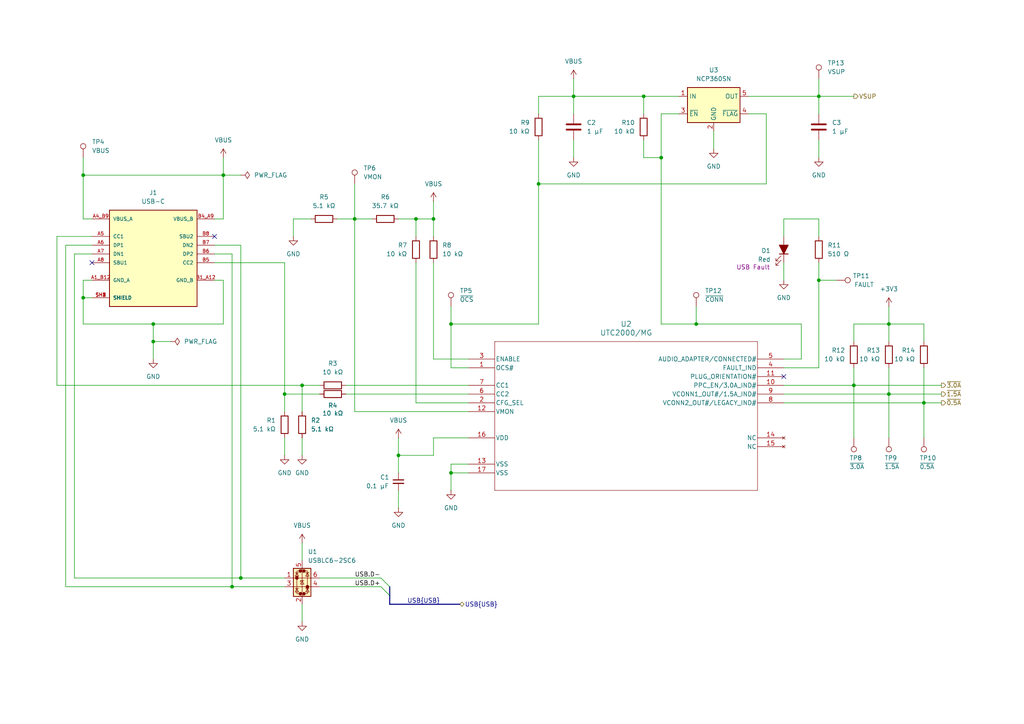
<source format=kicad_sch>
(kicad_sch (version 20231120) (generator "eeschema") (generator_version "8.0")
  (paper "A4")
  (title_block (title "RVFS USB Interface") (date "2024-08-17") (rev "0.0.1") (comment 2 "Power and data lines are protected against ESD.") (comment 3 "Up to 3 A is requested, but the actual maximum provided by the host is indicated.") (comment 4 "Power is switched through to regulators after USB-C cable negotiation is complete."))
  (lib_symbols
    (symbol "Connector:TestPoint" (pin_numbers hide) (pin_names (offset 0.762) hide)
      (property "Reference" "TP" (at 0 6.858 0))
      (property "Value" "TestPoint" (at 0 5.08 0))
      (symbol "TestPoint_0_1"
        (circle (center 0 3.302) (radius 0.762))
      )
      (symbol "TestPoint_1_1"
        (pin passive line (at 0 0 90) (length 2.54) (name "1") (number "1"))
      )
    )
    (symbol "Device:C" (pin_numbers hide) (pin_names (offset 0.254))
      (property "Reference" "C" (at 0.635 2.54 0))
      (property "Value" "C" (at 0.635 -2.54 0))
      (symbol "C_0_1"
        (polyline (pts (xy -2.032 -0.762) (xy 2.032 -0.762)) (stroke (width 0.508)))
        (polyline (pts (xy -2.032 0.762) (xy 2.032 0.762)) (stroke (width 0.508)))
      )
      (symbol "C_1_1"
        (pin passive line (at 0 3.81 270) (length 2.794) (name "~") (number "1"))
        (pin passive line (at 0 -3.81 90) (length 2.794) (name "~") (number "2"))
      )
    )
    (symbol "Device:C_Small" (pin_numbers hide) (pin_names (offset 0.254) hide)
      (property "Reference" "C" (at 0.254 1.778 0))
      (property "Value" "C_Small" (at 0.254 -2.032 0))
      (symbol "C_Small_0_1"
        (polyline (pts (xy -1.524 -0.508) (xy 1.524 -0.508)) (stroke (width 0.3302)))
        (polyline (pts (xy -1.524 0.508) (xy 1.524 0.508)) (stroke (width 0.3048)))
      )
      (symbol "C_Small_1_1"
        (pin passive line (at 0 2.54 270) (length 2.032) (name "~") (number "1"))
        (pin passive line (at 0 -2.54 90) (length 2.032) (name "~") (number "2"))
      )
    )
    (symbol "Device:LED_Filled" (pin_numbers hide) (pin_names (offset 1.016) hide)
      (property "Reference" "D" (at 0 2.54 0))
      (property "Value" "LED_Filled" (at 0 -2.54 0))
      (symbol "LED_Filled_0_1"
        (polyline (pts (xy -1.27 -1.27) (xy -1.27 1.27)) (stroke (width 0.254)))
        (polyline (pts (xy -1.27 0) (xy 1.27 0)))
        (polyline (pts (xy 1.27 -1.27) (xy 1.27 1.27) (xy -1.27 0) (xy 1.27 -1.27)) (stroke (width 0.254)) (fill (type outline)))
        (polyline (pts (xy -3.048 -0.762) (xy -4.572 -2.286) (xy -3.81 -2.286) (xy -4.572 -2.286) (xy -4.572 -1.524)))
        (polyline (pts (xy -1.778 -0.762) (xy -3.302 -2.286) (xy -2.54 -2.286) (xy -3.302 -2.286) (xy -3.302 -1.524)))
      )
      (symbol "LED_Filled_1_1"
        (pin passive line (at -3.81 0 0) (length 2.54) (name "K") (number "1"))
        (pin passive line (at 3.81 0 180) (length 2.54) (name "A") (number "2"))
      )
    )
    (symbol "Device:R" (pin_numbers hide) (pin_names (offset 0))
      (property "Reference" "R" (at 2.032 0 90))
      (property "Value" "R" (at 0 0 90))
      (symbol "R_0_1"
        (rectangle (start -1.016 -2.54) (end 1.016 2.54) (stroke (width 0.254)))
      )
      (symbol "R_1_1"
        (pin passive line (at 0 3.81 270) (length 1.27) (name "~") (number "1"))
        (pin passive line (at 0 -3.81 90) (length 1.27) (name "~") (number "2"))
      )
    )
    (symbol "Power_Protection:NCP361SN"
      (property "Reference" "U" (at -7.62 6.35 0))
      (property "Value" "NCP361SN" (at 7.62 -6.35 0))
      (symbol "NCP361SN_0_1"
        (rectangle (start -7.62 5.08) (end 7.62 -5.08) (stroke (width 0.254)) (fill (type background)))
      )
      (symbol "NCP361SN_1_1"
        (pin power_in line (at -10.16 2.54 0) (length 2.54) (name "IN") (number "1"))
        (pin power_in line (at 0 -7.62 90) (length 2.54) (name "GND") (number "2"))
        (pin input line (at -10.16 -2.54 0) (length 2.54) (name "~{EN}") (number "3"))
        (pin open_collector line (at 10.16 -2.54 180) (length 2.54) (name "~{FLAG}") (number "4"))
        (pin power_out line (at 10.16 2.54 180) (length 2.54) (name "OUT") (number "5"))
      )
    )
    (symbol "Power_Protection:USBLC6-2SC6" (pin_names hide)
      (property "Reference" "U" (at 0.635 5.715 0))
      (property "Value" "USBLC6-2SC6" (at 0.635 3.81 0))
      (symbol "USBLC6-2SC6_0_0"
        (circle (center -1.524 0) (radius 0.0001) (stroke (width 0.508)))
        (circle (center -0.508 -4.572) (radius 0.0001) (stroke (width 0.508)))
        (circle (center -0.508 2.032) (radius 0.0001) (stroke (width 0.508)))
        (circle (center 0.508 -4.572) (radius 0.0001) (stroke (width 0.508)))
        (circle (center 0.508 2.032) (radius 0.0001) (stroke (width 0.508)))
        (circle (center 1.524 -2.54) (radius 0.0001) (stroke (width 0.508)))
      )
      (symbol "USBLC6-2SC6_0_1"
        (polyline (pts (xy -2.54 -2.54) (xy 2.54 -2.54)))
        (polyline (pts (xy -2.54 0) (xy 2.54 0)))
        (polyline (pts (xy -2.032 -3.048) (xy -1.016 -3.048)))
        (polyline (pts (xy -1.016 1.524) (xy -2.032 1.524)))
        (polyline (pts (xy 1.016 -3.048) (xy 2.032 -3.048)))
        (polyline (pts (xy 1.016 1.524) (xy 2.032 1.524)))
        (polyline (pts (xy -0.508 -1.143) (xy -0.508 -0.762) (xy 0.508 -0.762)))
        (polyline (pts (xy -2.032 0.508) (xy -1.016 0.508) (xy -1.524 1.524) (xy -2.032 0.508)))
        (polyline (pts (xy -1.016 -4.064) (xy -2.032 -4.064) (xy -1.524 -3.048) (xy -1.016 -4.064)))
        (polyline (pts (xy 0.508 -1.778) (xy -0.508 -1.778) (xy 0 -0.762) (xy 0.508 -1.778)))
        (polyline (pts (xy 2.032 -4.064) (xy 1.016 -4.064) (xy 1.524 -3.048) (xy 2.032 -4.064)))
        (polyline (pts (xy 2.032 0.508) (xy 1.016 0.508) (xy 1.524 1.524) (xy 2.032 0.508)))
        (polyline (pts (xy 0 2.54) (xy -0.508 2.032) (xy 0.508 2.032) (xy 0 1.524) (xy 0 -4.064) (xy -0.508 -4.572) (xy 0.508 -4.572) (xy 0 -5.08)))
      )
      (symbol "USBLC6-2SC6_1_1"
        (rectangle (start -2.54 2.794) (end 2.54 -5.334) (stroke (width 0.254)) (fill (type background)))
        (polyline (pts (xy -0.508 2.032) (xy -1.524 2.032) (xy -1.524 -4.572) (xy -0.508 -4.572)))
        (polyline (pts (xy 0.508 -4.572) (xy 1.524 -4.572) (xy 1.524 2.032) (xy 0.508 2.032)))
        (pin passive line (at -5.08 0 0) (length 2.54) (name "I/O1") (number "1"))
        (pin passive line (at 0 -7.62 90) (length 2.54) (name "GND") (number "2"))
        (pin passive line (at -5.08 -2.54 0) (length 2.54) (name "I/O2") (number "3"))
        (pin passive line (at 5.08 -2.54 180) (length 2.54) (name "I/O2") (number "4"))
        (pin passive line (at 0 5.08 270) (length 2.54) (name "VBUS") (number "5"))
        (pin passive line (at 5.08 0 180) (length 2.54) (name "I/O1") (number "6"))
      )
    )
    (symbol "USB4215-03-A_REVA:USB4215-03-A_REVA" (pin_names (offset 1.016))
      (property "Reference" "J" (at -12.7 13.462 0))
      (property "Value" "USB4215-03-A_REVA" (at -12.7 -16.002 0))
      (symbol "USB4215-03-A_REVA_0_0"
        (rectangle (start -12.7 -15.24) (end 12.7 12.7) (stroke (width 0.254)) (fill (type background)))
        (pin power_in line (at -17.78 -7.62 0) (length 5.08) (name "GND_A") (number "A1_B12"))
        (pin power_in line (at -17.78 10.16 0) (length 5.08) (name "VBUS_A") (number "A4_B9"))
        (pin bidirectional line (at -17.78 5.08 0) (length 5.08) (name "CC1") (number "A5"))
        (pin bidirectional line (at -17.78 2.54 0) (length 5.08) (name "DP1") (number "A6"))
        (pin bidirectional line (at -17.78 0 0) (length 5.08) (name "DN1") (number "A7"))
        (pin bidirectional line (at -17.78 -2.54 0) (length 5.08) (name "SBU1") (number "A8"))
        (pin power_in line (at 17.78 -7.62 180) (length 5.08) (name "GND_B") (number "B1_A12"))
        (pin power_in line (at 17.78 10.16 180) (length 5.08) (name "VBUS_B") (number "B4_A9"))
        (pin bidirectional line (at 17.78 -2.54 180) (length 5.08) (name "CC2") (number "B5"))
        (pin bidirectional line (at 17.78 0 180) (length 5.08) (name "DP2") (number "B6"))
        (pin bidirectional line (at 17.78 2.54 180) (length 5.08) (name "DN2") (number "B7"))
        (pin bidirectional line (at 17.78 5.08 180) (length 5.08) (name "SBU2") (number "B8"))
        (pin passive line (at -17.78 -12.7 0) (length 5.08) (name "SHIELD") (number "SH1"))
        (pin passive line (at -17.78 -12.7 0) (length 5.08) (name "SHIELD") (number "SH2"))
        (pin passive line (at -17.78 -12.7 0) (length 5.08) (name "SHIELD") (number "SH3"))
        (pin passive line (at -17.78 -12.7 0) (length 5.08) (name "SHIELD") (number "SH4"))
      )
    )
    (symbol "UTC2000:UTC2000_MG" (pin_names (offset 0.254))
      (property "Reference" "U" (at 45.72 10.16 0))
      (property "Value" "UTC2000/MG" (at 45.72 7.62 0))
      (symbol "UTC2000_MG_0_1"
        (polyline (pts (xy 7.62 -38.1) (xy 83.82 -38.1)) (stroke (width 0.127)))
        (polyline (pts (xy 7.62 5.08) (xy 7.62 -38.1)) (stroke (width 0.127)))
        (polyline (pts (xy 83.82 -38.1) (xy 83.82 5.08)) (stroke (width 0.127)))
        (polyline (pts (xy 83.82 5.08) (xy 7.62 5.08)) (stroke (width 0.127)))
        (pin input line (at 0 -2.54 0) (length 7.62) (name "OCS#") (number "1"))
        (pin output line (at 91.44 -7.62 180) (length 7.62) (name "PPC_EN/3.0A_IND#") (number "10"))
        (pin output line (at 91.44 -5.08 180) (length 7.62) (name "PLUG_ORIENTATION#") (number "11"))
        (pin no_connect line (at 91.44 -22.86 180) (length 7.62) (name "NC") (number "14"))
        (pin no_connect line (at 91.44 -25.4 180) (length 7.62) (name "NC") (number "15"))
        (pin power_in line (at 0 -22.86 0) (length 7.62) (name "VDD") (number "16"))
        (pin input line (at 0 0 0) (length 7.62) (name "ENABLE") (number "3"))
        (pin output line (at 91.44 -2.54 180) (length 7.62) (name "FAULT_IND") (number "4"))
        (pin output line (at 91.44 0 180) (length 7.62) (name "AUDIO_ADAPTER/CONNECTED#") (number "5"))
        (pin output line (at 91.44 -12.7 180) (length 7.62) (name "VCONN2_OUT#/LEGACY_IND#") (number "8"))
        (pin output line (at 91.44 -10.16 180) (length 7.62) (name "VCONN1_OUT#/1.5A_IND#") (number "9"))
      )
      (symbol "UTC2000_MG_1_1"
        (pin input line (at 0 -15.24 0) (length 7.62) (name "VMON") (number "12"))
        (pin power_in line (at 0 -30.48 0) (length 7.62) (name "VSS") (number "13"))
        (pin power_in line (at 0 -33.02 0) (length 7.62) (name "VSS") (number "17"))
        (pin input line (at 0 -12.7 0) (length 7.62) (name "CFG_SEL") (number "2"))
        (pin input line (at 0 -10.16 0) (length 7.62) (name "CC2") (number "6"))
        (pin input line (at 0 -7.62 0) (length 7.62) (name "CC1") (number "7"))
      )
    )
    (symbol "power:+3V3" (power) (pin_numbers hide) (pin_names (offset 0) hide)
      (property "Value" "+3V3" (at 0 3.556 0))
      (symbol "+3V3_0_1"
        (polyline (pts (xy -0.762 1.27) (xy 0 2.54)))
        (polyline (pts (xy 0 0) (xy 0 2.54)))
        (polyline (pts (xy 0 2.54) (xy 0.762 1.27)))
      )
      (symbol "+3V3_1_1"
        (pin power_in line (at 0 0 90) (length 0) (name "~") (number "1"))
      )
    )
    (symbol "power:GND" (power) (pin_numbers hide) (pin_names (offset 0) hide)
      (property "Value" "GND" (at 0 -3.81 0))
      (symbol "GND_0_1"
        (polyline (pts (xy 0 0) (xy 0 -1.27) (xy 1.27 -1.27) (xy 0 -2.54) (xy -1.27 -1.27) (xy 0 -1.27)))
      )
      (symbol "GND_1_1"
        (pin power_in line (at 0 0 270) (length 0) (name "~") (number "1"))
      )
    )
    (symbol "power:PWR_FLAG" (power) (pin_numbers hide) (pin_names (offset 0) hide)
      (property "Value" "PWR_FLAG" (at 0 3.81 0))
      (symbol "PWR_FLAG_0_0"
        (pin power_out line (at 0 0 90) (length 0) (name "~") (number "1"))
      )
      (symbol "PWR_FLAG_0_1"
        (polyline (pts (xy 0 0) (xy 0 1.27) (xy -1.016 1.905) (xy 0 2.54) (xy 1.016 1.905) (xy 0 1.27)))
      )
    )
    (symbol "power:VBUS" (power) (pin_numbers hide) (pin_names (offset 0) hide)
      (property "Value" "VBUS" (at 0 3.556 0))
      (symbol "VBUS_0_1"
        (polyline (pts (xy -0.762 1.27) (xy 0 2.54)))
        (polyline (pts (xy 0 0) (xy 0 2.54)))
        (polyline (pts (xy 0 2.54) (xy 0.762 1.27)))
      )
      (symbol "VBUS_1_1"
        (pin power_in line (at 0 0 90) (length 0) (name "~") (number "1"))
      )
    )
  )
  (junction (at 267.97 116.84))
  (junction (at 125.73 63.5))
  (junction (at 156.21 53.34))
  (junction (at 257.81 114.3))
  (junction (at 257.81 93.98))
  (junction (at 130.81 93.98))
  (junction (at 24.13 86.36))
  (junction (at 191.77 45.72))
  (junction (at 247.65 111.76))
  (junction (at 64.77 50.8))
  (junction (at 120.65 63.5))
  (junction (at 44.45 93.98))
  (junction (at 166.37 27.94))
  (junction (at 237.49 27.94))
  (junction (at 130.81 137.16))
  (junction (at 237.49 81.28))
  (junction (at 87.63 111.76))
  (junction (at 69.85 167.64))
  (junction (at 186.69 27.94))
  (junction (at 82.55 114.3))
  (junction (at 67.31 170.18))
  (junction (at 102.87 63.5))
  (junction (at 201.93 93.98))
  (junction (at 24.13 50.8))
  (junction (at 44.45 99.06))
  (junction (at 115.57 132.08))
  (no_connect (at 227.33 109.22))
  (no_connect (at 62.23 68.58))
  (no_connect (at 26.67 76.2))
  (bus_entry (at 113.03 172.72) (size -2.54 -2.54))
  (bus_entry (at 113.03 170.18) (size -2.54 -2.54))
  (wire (pts (xy 115.57 132.08) (xy 125.73 132.08)))
  (wire (pts (xy 44.45 93.98) (xy 64.77 93.98)))
  (wire (pts (xy 92.71 170.18) (xy 110.49 170.18)))
  (wire (pts (xy 237.49 76.2) (xy 237.49 81.28)))
  (wire (pts (xy 125.73 63.5) (xy 125.73 68.58)))
  (wire (pts (xy 125.73 63.5) (xy 120.65 63.5)))
  (wire (pts (xy 166.37 40.64) (xy 166.37 45.72)))
  (wire (pts (xy 191.77 45.72) (xy 191.77 33.02)))
  (wire (pts (xy 227.33 106.68) (xy 237.49 106.68)))
  (wire (pts (xy 217.17 33.02) (xy 222.25 33.02)))
  (wire (pts (xy 227.33 111.76) (xy 247.65 111.76)))
  (wire (pts (xy 227.33 114.3) (xy 257.81 114.3)))
  (wire (pts (xy 24.13 45.72) (xy 24.13 50.8)))
  (wire (pts (xy 247.65 111.76) (xy 247.65 106.68)))
  (wire (pts (xy 87.63 157.48) (xy 87.63 162.56)))
  (wire (pts (xy 19.05 170.18) (xy 67.31 170.18)))
  (wire (pts (xy 237.49 63.5) (xy 227.33 63.5)))
  (wire (pts (xy 64.77 93.98) (xy 64.77 81.28)))
  (wire (pts (xy 19.05 71.12) (xy 19.05 170.18)))
  (wire (pts (xy 92.71 167.64) (xy 110.49 167.64)))
  (wire (pts (xy 227.33 104.14) (xy 232.41 104.14)))
  (wire (pts (xy 135.89 127) (xy 125.73 127)))
  (wire (pts (xy 267.97 99.06) (xy 267.97 93.98)))
  (wire (pts (xy 237.49 40.64) (xy 237.49 45.72)))
  (wire (pts (xy 237.49 81.28) (xy 237.49 106.68)))
  (wire (pts (xy 267.97 93.98) (xy 257.81 93.98)))
  (wire (pts (xy 227.33 116.84) (xy 267.97 116.84)))
  (wire (pts (xy 24.13 81.28) (xy 24.13 86.36)))
  (wire (pts (xy 267.97 116.84) (xy 267.97 127)))
  (wire (pts (xy 102.87 119.38) (xy 135.89 119.38)))
  (wire (pts (xy 186.69 40.64) (xy 186.69 45.72)))
  (wire (pts (xy 67.31 170.18) (xy 82.55 170.18)))
  (wire (pts (xy 82.55 114.3) (xy 82.55 119.38)))
  (wire (pts (xy 227.33 63.5) (xy 227.33 68.58)))
  (wire (pts (xy 166.37 27.94) (xy 186.69 27.94)))
  (wire (pts (xy 21.59 167.64) (xy 69.85 167.64)))
  (wire (pts (xy 26.67 73.66) (xy 21.59 73.66)))
  (wire (pts (xy 102.87 63.5) (xy 102.87 119.38)))
  (wire (pts (xy 100.33 111.76) (xy 135.89 111.76)))
  (wire (pts (xy 130.81 106.68) (xy 130.81 93.98)))
  (wire (pts (xy 222.25 33.02) (xy 222.25 53.34)))
  (wire (pts (xy 62.23 76.2) (xy 82.55 76.2)))
  (wire (pts (xy 87.63 175.26) (xy 87.63 180.34)))
  (wire (pts (xy 100.33 114.3) (xy 135.89 114.3)))
  (wire (pts (xy 67.31 73.66) (xy 67.31 170.18)))
  (wire (pts (xy 115.57 142.24) (xy 115.57 147.32)))
  (wire (pts (xy 191.77 93.98) (xy 201.93 93.98)))
  (wire (pts (xy 26.67 63.5) (xy 24.13 63.5)))
  (wire (pts (xy 24.13 50.8) (xy 64.77 50.8)))
  (wire (pts (xy 26.67 68.58) (xy 16.51 68.58)))
  (wire (pts (xy 257.81 93.98) (xy 257.81 88.9)))
  (wire (pts (xy 92.71 114.3) (xy 82.55 114.3)))
  (wire (pts (xy 156.21 53.34) (xy 222.25 53.34)))
  (wire (pts (xy 201.93 88.9) (xy 201.93 93.98)))
  (wire (pts (xy 267.97 116.84) (xy 267.97 106.68)))
  (wire (pts (xy 257.81 114.3) (xy 273.05 114.3)))
  (wire (pts (xy 115.57 63.5) (xy 120.65 63.5)))
  (wire (pts (xy 156.21 93.98) (xy 156.21 53.34)))
  (wire (pts (xy 16.51 111.76) (xy 87.63 111.76)))
  (bus (pts (xy 113.03 175.26) (xy 133.35 175.26)))
  (bus (pts (xy 113.03 170.18) (xy 113.03 172.72)))
  (wire (pts (xy 135.89 106.68) (xy 130.81 106.68)))
  (wire (pts (xy 191.77 33.02) (xy 196.85 33.02)))
  (wire (pts (xy 130.81 88.9) (xy 130.81 93.98)))
  (wire (pts (xy 82.55 127) (xy 82.55 132.08)))
  (wire (pts (xy 69.85 167.64) (xy 82.55 167.64)))
  (wire (pts (xy 207.01 38.1) (xy 207.01 43.18)))
  (wire (pts (xy 166.37 27.94) (xy 166.37 33.02)))
  (wire (pts (xy 217.17 27.94) (xy 237.49 27.94)))
  (wire (pts (xy 232.41 104.14) (xy 232.41 93.98)))
  (wire (pts (xy 186.69 27.94) (xy 186.69 33.02)))
  (wire (pts (xy 125.73 104.14) (xy 135.89 104.14)))
  (wire (pts (xy 247.65 111.76) (xy 247.65 127)))
  (wire (pts (xy 257.81 114.3) (xy 257.81 127)))
  (wire (pts (xy 156.21 53.34) (xy 156.21 40.64)))
  (wire (pts (xy 135.89 134.62) (xy 130.81 134.62)))
  (wire (pts (xy 16.51 68.58) (xy 16.51 111.76)))
  (wire (pts (xy 92.71 111.76) (xy 87.63 111.76)))
  (wire (pts (xy 130.81 137.16) (xy 130.81 142.24)))
  (wire (pts (xy 21.59 73.66) (xy 21.59 167.64)))
  (wire (pts (xy 191.77 45.72) (xy 191.77 93.98)))
  (wire (pts (xy 24.13 93.98) (xy 44.45 93.98)))
  (wire (pts (xy 44.45 99.06) (xy 44.45 104.14)))
  (wire (pts (xy 62.23 71.12) (xy 69.85 71.12)))
  (wire (pts (xy 201.93 93.98) (xy 232.41 93.98)))
  (wire (pts (xy 120.65 63.5) (xy 120.65 68.58)))
  (wire (pts (xy 26.67 81.28) (xy 24.13 81.28)))
  (wire (pts (xy 237.49 27.94) (xy 237.49 33.02)))
  (wire (pts (xy 237.49 27.94) (xy 247.65 27.94)))
  (wire (pts (xy 156.21 27.94) (xy 166.37 27.94)))
  (bus (pts (xy 113.03 172.72) (xy 113.03 175.26)))
  (wire (pts (xy 102.87 53.34) (xy 102.87 63.5)))
  (wire (pts (xy 196.85 27.94) (xy 186.69 27.94)))
  (wire (pts (xy 24.13 63.5) (xy 24.13 50.8)))
  (wire (pts (xy 26.67 71.12) (xy 19.05 71.12)))
  (wire (pts (xy 64.77 81.28) (xy 62.23 81.28)))
  (wire (pts (xy 247.65 99.06) (xy 247.65 93.98)))
  (wire (pts (xy 125.73 76.2) (xy 125.73 104.14)))
  (wire (pts (xy 82.55 76.2) (xy 82.55 114.3)))
  (wire (pts (xy 257.81 93.98) (xy 257.81 99.06)))
  (wire (pts (xy 85.09 63.5) (xy 90.17 63.5)))
  (wire (pts (xy 166.37 22.86) (xy 166.37 27.94)))
  (wire (pts (xy 237.49 22.86) (xy 237.49 27.94)))
  (wire (pts (xy 87.63 127) (xy 87.63 132.08)))
  (wire (pts (xy 24.13 86.36) (xy 24.13 93.98)))
  (wire (pts (xy 97.79 63.5) (xy 102.87 63.5)))
  (wire (pts (xy 64.77 50.8) (xy 64.77 45.72)))
  (wire (pts (xy 247.65 111.76) (xy 273.05 111.76)))
  (wire (pts (xy 257.81 114.3) (xy 257.81 106.68)))
  (wire (pts (xy 237.49 81.28) (xy 242.57 81.28)))
  (wire (pts (xy 62.23 73.66) (xy 67.31 73.66)))
  (wire (pts (xy 237.49 68.58) (xy 237.49 63.5)))
  (wire (pts (xy 87.63 111.76) (xy 87.63 119.38)))
  (wire (pts (xy 85.09 63.5) (xy 85.09 68.58)))
  (wire (pts (xy 130.81 93.98) (xy 156.21 93.98)))
  (wire (pts (xy 115.57 132.08) (xy 115.57 137.16)))
  (wire (pts (xy 120.65 76.2) (xy 120.65 116.84)))
  (wire (pts (xy 102.87 63.5) (xy 107.95 63.5)))
  (wire (pts (xy 64.77 63.5) (xy 62.23 63.5)))
  (wire (pts (xy 64.77 50.8) (xy 64.77 63.5)))
  (wire (pts (xy 156.21 33.02) (xy 156.21 27.94)))
  (wire (pts (xy 130.81 137.16) (xy 135.89 137.16)))
  (wire (pts (xy 267.97 116.84) (xy 273.05 116.84)))
  (wire (pts (xy 186.69 45.72) (xy 191.77 45.72)))
  (wire (pts (xy 120.65 116.84) (xy 135.89 116.84)))
  (wire (pts (xy 247.65 93.98) (xy 257.81 93.98)))
  (wire (pts (xy 64.77 50.8) (xy 69.85 50.8)))
  (wire (pts (xy 227.33 76.2) (xy 227.33 81.28)))
  (wire (pts (xy 115.57 127) (xy 115.57 132.08)))
  (wire (pts (xy 125.73 58.42) (xy 125.73 63.5)))
  (wire (pts (xy 24.13 86.36) (xy 26.67 86.36)))
  (wire (pts (xy 125.73 127) (xy 125.73 132.08)))
  (wire (pts (xy 44.45 99.06) (xy 49.53 99.06)))
  (wire (pts (xy 44.45 93.98) (xy 44.45 99.06)))
  (wire (pts (xy 130.81 134.62) (xy 130.81 137.16)))
  (wire (pts (xy 69.85 71.12) (xy 69.85 167.64)))
  (label "USB.D+" (at 102.87 170.18 0))
  (label "USB{USB}" (at 118.11 175.26 0))
  (label "USB.D-" (at 102.87 167.64 0))
  (hierarchical_label "~{3.0A}" (shape output) (at 273.05 111.76 0))
  (hierarchical_label "USB{USB}" (shape bidirectional) (at 133.35 175.26 0))
  (hierarchical_label "~{0.5A}" (shape output) (at 273.05 116.84 0))
  (hierarchical_label "VSUP" (shape output) (at 247.65 27.94 0))
  (hierarchical_label "~{1.5A}" (shape output) (at 273.05 114.3 0))
  (symbol (lib_id "Device:R") (at 111.76 63.5 90) (unit 1)
    (property "Reference" "R6" (at 111.76 57.15 90))
    (property "Value" "35.7 kΩ" (at 111.76 59.69 90))
    (property "Footprint" "Resistor_SMD:R_0402_1005Metric" (effects (hide yes)))
    (property "Datasheet" "https://www.seielect.com/catalog/sei-rmcf_rmcp.pdf" (effects (hide yes)))
    (property "Description" "Resistor" (effects (hide yes)))
    (property "Part Number" "RMCF0402FT35K7" (effects (hide yes)))
  )
  (symbol (lib_id "Device:R") (at 237.49 72.39 180) (unit 1)
    (property "Reference" "R11" (at 240.03 71.1199 0) (effects (justify right)))
    (property "Value" "510 Ω" (at 240.03 73.6599 0) (effects (justify right)))
    (property "Footprint" "Resistor_SMD:R_0402_1005Metric" (effects (hide yes)))
    (property "Datasheet" "https://www.seielect.com/catalog/sei-rmcf_rmcp.pdf" (effects (hide yes)))
    (property "Description" "Resistor" (effects (hide yes)))
    (property "Part Number" "RMCF0402FT510R" (effects (hide yes)))
  )
  (symbol (lib_id "Power_Protection:USBLC6-2SC6") (at 87.63 167.64 0) (unit 1)
    (property "Reference" "U1" (at 89.2811 160.02 0) (effects (justify left)))
    (property "Value" "USBLC6-2SC6" (at 89.2811 162.56 0) (effects (justify left)))
    (property "Footprint" "Package_TO_SOT_SMD:SOT-23-6" (effects (hide yes)))
    (property "Datasheet" "https://www.st.com/resource/en/datasheet/usblc6-2.pdf" (effects (hide yes)))
    (property "Description" "Very low capacitance ESD protection diode, 2 data-line, SOT-23-6" (effects (hide yes)))
    (property "Part Number" "USBLC6-2SC6" (effects (hide yes)))
  )
  (symbol (lib_id "power:VBUS") (at 64.77 45.72 0) (unit 1)
    (property "Reference" "#PWR02" (effects (hide yes)))
    (property "Value" "VBUS" (at 64.77 40.64 0))
    (property "Description" "Power symbol creates a global label with name \"VBUS\"" (effects (hide yes)))
  )
  (symbol (lib_id "Power_Protection:NCP361SN") (at 207.01 30.48 0) (unit 1)
    (property "Reference" "U3" (at 207.01 20.32 0))
    (property "Value" "NCP360SN" (at 207.01 22.86 0))
    (property "Footprint" "Package_SO:TSOP-5_1.65x3.05mm_P0.95mm" (effects (hide yes)))
    (property "Datasheet" "https://www.onsemi.com/pdf/datasheet/ncp361-d.pdf" (effects (hide yes)))
    (property "Description" "USB Positive Overvoltage Protection Controller with Internal PMOS FET and Overcurrent Protection, TSOP-5" (effects (hide yes)))
    (property "Part Number" "NCP360SNT1G" (effects (hide yes)))
  )
  (symbol (lib_id "Device:R") (at 93.98 63.5 90) (unit 1)
    (property "Reference" "R5" (at 93.98 57.15 90))
    (property "Value" "5.1 kΩ" (at 93.98 59.69 90))
    (property "Footprint" "Resistor_SMD:R_0402_1005Metric" (effects (hide yes)))
    (property "Datasheet" "https://www.bourns.com/docs/product-datasheets/cr.pdf?sfvrsn=574d41f6_14" (effects (hide yes)))
    (property "Description" "Resistor" (effects (hide yes)))
    (property "Part Number" "CR0402-FX-5101GLF" (effects (hide yes)))
  )
  (symbol (lib_id "Connector:TestPoint") (at 201.93 88.9 0) (unit 1)
    (property "Reference" "TP12" (at 204.47 84.3279 0) (effects (justify left)))
    (property "Value" "~{CONN}" (at 204.47 86.8679 0) (effects (justify left)))
    (property "Footprint" "TestPoint:TestPoint_Pad_1.0x1.0mm" (effects (hide yes)))
    (property "Description" "test point" (effects (hide yes)))
  )
  (symbol (lib_id "power:VBUS") (at 115.57 127 0) (unit 1)
    (property "Reference" "#PWR08" (effects (hide yes)))
    (property "Value" "VBUS" (at 115.57 121.92 0))
    (property "Description" "Power symbol creates a global label with name \"VBUS\"" (effects (hide yes)))
  )
  (symbol (lib_id "Connector:TestPoint") (at 130.81 88.9 0) (unit 1)
    (property "Reference" "TP5" (at 133.35 84.3279 0) (effects (justify left)))
    (property "Value" "~{OCS}" (at 133.35 86.8679 0) (effects (justify left)))
    (property "Footprint" "TestPoint:TestPoint_Pad_1.0x1.0mm" (effects (hide yes)))
    (property "Description" "test point" (effects (hide yes)))
  )
  (symbol (lib_id "Device:R") (at 257.81 102.87 0) (mirror x) (unit 1)
    (property "Reference" "R13" (at 255.27 101.5999 0) (effects (justify right)))
    (property "Value" "10 kΩ" (at 255.27 104.1399 0) (effects (justify right)))
    (property "Footprint" "Resistor_SMD:R_0402_1005Metric" (effects (hide yes)))
    (property "Datasheet" "https://www.bourns.com/docs/product-datasheets/cr.pdf?sfvrsn=574d41f6_14" (effects (hide yes)))
    (property "Description" "Resistor" (effects (hide yes)))
    (property "Part Number" "CR0402-JW-103GLF" (effects (hide yes)))
  )
  (symbol (lib_id "Connector:TestPoint") (at 102.87 53.34 0) (unit 1)
    (property "Reference" "TP6" (at 105.41 48.7679 0) (effects (justify left)))
    (property "Value" "VMON" (at 105.41 51.3079 0) (effects (justify left)))
    (property "Footprint" "TestPoint:TestPoint_Pad_1.0x1.0mm" (effects (hide yes)))
    (property "Description" "test point" (effects (hide yes)))
  )
  (symbol (lib_id "power:GND") (at 115.57 147.32 0) (unit 1)
    (property "Reference" "#PWR09" (effects (hide yes)))
    (property "Value" "GND" (at 115.57 152.4 0))
    (property "Description" "Power symbol creates a global label with name \"GND\" , ground" (effects (hide yes)))
  )
  (symbol (lib_id "Device:R") (at 120.65 72.39 0) (mirror y) (unit 1)
    (property "Reference" "R7" (at 118.11 71.1199 0) (effects (justify left)))
    (property "Value" "10 kΩ" (at 118.11 73.6599 0) (effects (justify left)))
    (property "Footprint" "Resistor_SMD:R_0402_1005Metric" (effects (hide yes)))
    (property "Datasheet" "https://www.bourns.com/docs/product-datasheets/cr.pdf?sfvrsn=574d41f6_14" (effects (hide yes)))
    (property "Description" "Resistor" (effects (hide yes)))
    (property "Part Number" "CR0402-JW-103GLF" (effects (hide yes)))
  )
  (symbol (lib_id "UTC2000:UTC2000_MG") (at 135.89 104.14 0) (unit 1)
    (property "Reference" "U2" (at 181.61 93.98 0) (effects (font (size 1.524 1.524))))
    (property "Value" "UTC2000/MG" (at 181.61 96.52 0) (effects (font (size 1.524 1.524))))
    (property "Footprint" "Package_DFN_QFN:VQFN-16-1EP_3x3mm_P0.5mm_EP1.1x1.1mm" (effects (hide yes)))
    (property "Datasheet" "https://ww1.microchip.com/downloads/en/DeviceDoc/UTC2000%20DS%2000001957C.pdf" (effects (hide yes)))
    (property "Part Number" "UTC2000/MG" (effects (hide yes)))
  )
  (symbol (lib_id "power:GND") (at 82.55 132.08 0) (unit 1)
    (property "Reference" "#PWR03" (effects (hide yes)))
    (property "Value" "GND" (at 82.55 137.16 0))
    (property "Description" "Power symbol creates a global label with name \"GND\" , ground" (effects (hide yes)))
  )
  (symbol (lib_id "power:GND") (at 87.63 180.34 0) (unit 1)
    (property "Reference" "#PWR06" (effects (hide yes)))
    (property "Value" "GND" (at 87.63 185.42 0))
    (property "Description" "Power symbol creates a global label with name \"GND\" , ground" (effects (hide yes)))
  )
  (symbol (lib_id "Connector:TestPoint") (at 237.49 22.86 0) (unit 1)
    (property "Reference" "TP13" (at 240.03 18.2879 0) (effects (justify left)))
    (property "Value" "VSUP" (at 240.03 20.8279 0) (effects (justify left)))
    (property "Footprint" "TestPoint:TestPoint_Keystone_5000-5004_Miniature" (effects (hide yes)))
    (property "Datasheet" "https://www.keyelco.com/product-pdf.cfm?p=14610" (effects (hide yes)))
    (property "Description" "test point" (effects (hide yes)))
    (property "Part Number" "5262" (effects (hide yes)))
  )
  (symbol (lib_id "power:PWR_FLAG") (at 69.85 50.8 270) (unit 1)
    (property "Reference" "#FLG02" (effects (hide yes)))
    (property "Value" "PWR_FLAG" (at 73.66 50.7999 90) (effects (justify left)))
    (property "Description" "Special symbol for telling ERC where power comes from" (effects (hide yes)))
  )
  (symbol (lib_id "Device:R") (at 87.63 123.19 0) (unit 1)
    (property "Reference" "R2" (at 90.17 121.9199 0) (effects (justify left)))
    (property "Value" "5.1 kΩ" (at 90.17 124.4599 0) (effects (justify left)))
    (property "Footprint" "Resistor_SMD:R_0402_1005Metric" (effects (hide yes)))
    (property "Datasheet" "https://www.bourns.com/docs/product-datasheets/cr.pdf?sfvrsn=574d41f6_14" (effects (hide yes)))
    (property "Description" "Resistor" (effects (hide yes)))
    (property "Part Number" "CR0402-FX-5101GLF" (effects (hide yes)))
  )
  (symbol (lib_id "Device:LED_Filled") (at 227.33 72.39 270) (mirror x) (unit 1)
    (property "Reference" "D1" (at 223.52 72.7074 90) (effects (justify right)))
    (property "Value" "Red" (at 223.52 75.2474 90) (effects (justify right)))
    (property "Footprint" "LED_SMD:LED_0603_1608Metric" (effects (hide yes)))
    (property "Datasheet" "https://www.we-online.com/components/products/datasheet/150060RS55040.pdf" (effects (hide yes)))
    (property "Description" "Light emitting diode, filled shape" (effects (hide yes)))
    (property "Part Number" "150060RS55040" (effects (hide yes)))
    (property "Indicates" "USB Fault" (at 218.44 77.47 90))
  )
  (symbol (lib_id "power:VBUS") (at 125.73 58.42 0) (unit 1)
    (property "Reference" "#PWR010" (effects (hide yes)))
    (property "Value" "VBUS" (at 125.73 53.34 0))
    (property "Description" "Power symbol creates a global label with name \"VBUS\"" (effects (hide yes)))
  )
  (symbol (lib_id "Device:R") (at 96.52 114.3 90) (unit 1)
    (property "Reference" "R4" (at 96.52 117.602 90))
    (property "Value" "10 kΩ" (at 96.52 119.888 90))
    (property "Footprint" "Resistor_SMD:R_0402_1005Metric" (effects (hide yes)))
    (property "Datasheet" "https://www.bourns.com/docs/product-datasheets/cr.pdf?sfvrsn=574d41f6_14" (effects (hide yes)))
    (property "Description" "Resistor" (effects (hide yes)))
    (property "Part Number" "CR0402-JW-103GLF" (effects (hide yes)))
  )
  (symbol (lib_id "power:GND") (at 227.33 81.28 0) (unit 1)
    (property "Reference" "#PWR015" (effects (hide yes)))
    (property "Value" "GND" (at 227.33 86.36 0))
    (property "Description" "Power symbol creates a global label with name \"GND\" , ground" (effects (hide yes)))
  )
  (symbol (lib_id "power:GND") (at 44.45 104.14 0) (unit 1)
    (property "Reference" "#PWR01" (effects (hide yes)))
    (property "Value" "GND" (at 44.45 109.22 0))
    (property "Description" "Power symbol creates a global label with name \"GND\" , ground" (effects (hide yes)))
  )
  (symbol (lib_id "power:VBUS") (at 166.37 22.86 0) (unit 1)
    (property "Reference" "#PWR012" (effects (hide yes)))
    (property "Value" "VBUS" (at 166.37 17.78 0))
    (property "Description" "Power symbol creates a global label with name \"VBUS\"" (effects (hide yes)))
  )
  (symbol (lib_id "power:GND") (at 237.49 45.72 0) (unit 1)
    (property "Reference" "#PWR016" (effects (hide yes)))
    (property "Value" "GND" (at 237.49 50.8 0))
    (property "Description" "Power symbol creates a global label with name \"GND\" , ground" (effects (hide yes)))
  )
  (symbol (lib_id "power:GND") (at 87.63 132.08 0) (unit 1)
    (property "Reference" "#PWR04" (effects (hide yes)))
    (property "Value" "GND" (at 87.63 137.16 0))
    (property "Description" "Power symbol creates a global label with name \"GND\" , ground" (effects (hide yes)))
  )
  (symbol (lib_id "Device:R") (at 125.73 72.39 180) (unit 1)
    (property "Reference" "R8" (at 128.27 71.1199 0) (effects (justify right)))
    (property "Value" "10 kΩ" (at 128.27 73.6599 0) (effects (justify right)))
    (property "Footprint" "Resistor_SMD:R_0402_1005Metric" (effects (hide yes)))
    (property "Datasheet" "https://www.bourns.com/docs/product-datasheets/cr.pdf?sfvrsn=574d41f6_14" (effects (hide yes)))
    (property "Description" "Resistor" (effects (hide yes)))
    (property "Part Number" "CR0402-JW-103GLF" (effects (hide yes)))
  )
  (symbol (lib_id "Device:R") (at 267.97 102.87 0) (mirror x) (unit 1)
    (property "Reference" "R14" (at 265.43 101.5999 0) (effects (justify right)))
    (property "Value" "10 kΩ" (at 265.43 104.1399 0) (effects (justify right)))
    (property "Footprint" "Resistor_SMD:R_0402_1005Metric" (effects (hide yes)))
    (property "Datasheet" "https://www.bourns.com/docs/product-datasheets/cr.pdf?sfvrsn=574d41f6_14" (effects (hide yes)))
    (property "Description" "Resistor" (effects (hide yes)))
    (property "Part Number" "CR0402-JW-103GLF" (effects (hide yes)))
  )
  (symbol (lib_id "power:GND") (at 207.01 43.18 0) (unit 1)
    (property "Reference" "#PWR014" (effects (hide yes)))
    (property "Value" "GND" (at 207.01 48.26 0))
    (property "Description" "Power symbol creates a global label with name \"GND\" , ground" (effects (hide yes)))
  )
  (symbol (lib_id "power:GND") (at 85.09 68.58 0) (unit 1)
    (property "Reference" "#PWR07" (effects (hide yes)))
    (property "Value" "GND" (at 85.09 73.66 0))
    (property "Description" "Power symbol creates a global label with name \"GND\" , ground" (effects (hide yes)))
  )
  (symbol (lib_id "Device:C") (at 237.49 36.83 0) (unit 1)
    (property "Reference" "C3" (at 241.3 35.5599 0) (effects (justify left)))
    (property "Value" "1 µF" (at 241.3 38.0999 0) (effects (justify left)))
    (property "Footprint" "Capacitor_SMD:C_0603_1608Metric" (effects (hide yes)))
    (property "Datasheet" "https://www.yageo.com/upload/media/product/productsearch/datasheet/mlcc/UPY-GPHC_X7R_6.3V-to-250V_24.pdf" (effects (hide yes)))
    (property "Description" "Unpolarized capacitor" (effects (hide yes)))
    (property "Part Number" "CC0603KRX7R7BB105" (effects (hide yes)))
  )
  (symbol (lib_id "Connector:TestPoint") (at 257.81 127 180) (unit 1)
    (property "Reference" "TP9" (at 256.54 132.842 0) (effects (justify right)))
    (property "Value" "~{1.5A}" (at 256.54 135.382 0) (effects (justify right)))
    (property "Footprint" "TestPoint:TestPoint_Pad_D1.0mm" (effects (hide yes)))
    (property "Description" "test point" (effects (hide yes)))
  )
  (symbol (lib_id "Device:R") (at 96.52 111.76 90) (unit 1)
    (property "Reference" "R3" (at 96.52 105.41 90))
    (property "Value" "10 kΩ" (at 96.52 107.95 90))
    (property "Footprint" "Resistor_SMD:R_0402_1005Metric" (effects (hide yes)))
    (property "Datasheet" "https://www.bourns.com/docs/product-datasheets/cr.pdf?sfvrsn=574d41f6_14" (effects (hide yes)))
    (property "Description" "Resistor" (effects (hide yes)))
    (property "Part Number" "CR0402-JW-103GLF" (effects (hide yes)))
  )
  (symbol (lib_id "Device:R") (at 156.21 36.83 0) (mirror y) (unit 1)
    (property "Reference" "R9" (at 153.67 35.5599 0) (effects (justify left)))
    (property "Value" "10 kΩ" (at 153.67 38.0999 0) (effects (justify left)))
    (property "Footprint" "Resistor_SMD:R_0402_1005Metric" (effects (hide yes)))
    (property "Datasheet" "https://www.bourns.com/docs/product-datasheets/cr.pdf?sfvrsn=574d41f6_14" (effects (hide yes)))
    (property "Description" "Resistor" (effects (hide yes)))
    (property "Part Number" "CR0402-JW-103GLF" (effects (hide yes)))
  )
  (symbol (lib_id "USB4215-03-A_REVA:USB4215-03-A_REVA") (at 44.45 73.66 0) (unit 1)
    (property "Reference" "J1" (at 44.45 55.88 0))
    (property "Value" "USB-C" (at 44.45 58.42 0))
    (property "Footprint" "USB4215-03-A:GCT_USB4215-03-A_REVA" (effects (hide yes)))
    (property "Datasheet" "https://gct.co/files/drawings/usb4215.pdf?v=61977272-79fb-478d-b68f-0fb5dd505794" (effects (hide yes)))
    (property "DigiKey_Part_Number" "2073-USB4215-03-ATR-ND" (effects (hide yes)))
    (property "SnapEDA_Link" "https://www.snapeda.com/parts/USB4215-03-A/Global+Connector+Technology/view-part/?ref=snap" (effects (hide yes)))
    (property "MAXIMUM_PACKAGE_HEIGHT" "3.16mm" (effects (hide yes)))
    (property "Package" "None" (effects (hide yes)))
    (property "Check_prices" "https://www.snapeda.com/parts/USB4215-03-A/Global+Connector+Technology/view-part/?ref=eda" (effects (hide yes)))
    (property "STANDARD" "Manufacturer Recommendations" (effects (hide yes)))
    (property "PARTREV" "A" (effects (hide yes)))
    (property "MF" "Global Connector Technology" (effects (hide yes)))
    (property "MP" "USB4215-03-A" (effects (hide yes)))
    (property "Description_1" "\nUSB-C (USB TYPE-C) USB 2.0 Receptacle Connector 24 (16+8 Dummy) Position Surface Mount, Right Angle; Through Hole\n" (effects (hide yes)))
    (property "MANUFACTURER" "Global Connector Technology" (effects (hide yes)))
    (property "SNAPEDA_PN" "USB4215-03-A" (effects (hide yes)))
    (property "Part Number" "USB4215" (effects (hide yes)))
  )
  (symbol (lib_id "power:+3V3") (at 257.81 88.9 0) (unit 1)
    (property "Reference" "#PWR017" (effects (hide yes)))
    (property "Value" "+3V3" (at 257.81 83.82 0))
    (property "Description" "Power symbol creates a global label with name \"+3V3\"" (effects (hide yes)))
  )
  (symbol (lib_id "Device:R") (at 82.55 123.19 0) (mirror y) (unit 1)
    (property "Reference" "R1" (at 80.01 121.9199 0) (effects (justify left)))
    (property "Value" "5.1 kΩ" (at 80.01 124.4599 0) (effects (justify left)))
    (property "Footprint" "Resistor_SMD:R_0402_1005Metric" (effects (hide yes)))
    (property "Datasheet" "https://www.bourns.com/docs/product-datasheets/cr.pdf?sfvrsn=574d41f6_14" (effects (hide yes)))
    (property "Description" "Resistor" (effects (hide yes)))
    (property "Part Number" "CR0402-FX-5101GLF" (effects (hide yes)))
  )
  (symbol (lib_id "power:GND") (at 166.37 45.72 0) (unit 1)
    (property "Reference" "#PWR013" (effects (hide yes)))
    (property "Value" "GND" (at 166.37 50.8 0))
    (property "Description" "Power symbol creates a global label with name \"GND\" , ground" (effects (hide yes)))
  )
  (symbol (lib_id "Connector:TestPoint") (at 24.13 45.72 0) (unit 1)
    (property "Reference" "TP4" (at 26.67 41.1479 0) (effects (justify left)))
    (property "Value" "VBUS" (at 26.67 43.6879 0) (effects (justify left)))
    (property "Footprint" "TestPoint:TestPoint_Keystone_5000-5004_Miniature" (effects (hide yes)))
    (property "Datasheet" "https://www.keyelco.com/product-pdf.cfm?p=14610" (effects (hide yes)))
    (property "Description" "test point" (effects (hide yes)))
    (property "Part Number" "5262" (effects (hide yes)))
  )
  (symbol (lib_id "Device:C_Small") (at 115.57 139.7 0) (unit 1)
    (property "Reference" "C1" (at 110.236 138.43 0) (effects (justify left)))
    (property "Value" "0.1 µF" (at 106.172 140.97 0) (effects (justify left)))
    (property "Footprint" "Capacitor_SMD:C_0402_1005Metric" (effects (hide yes)))
    (property "Datasheet" "https://search.murata.co.jp/Ceramy/image/img/A01X/G101/ENG/GRM155R71C104KA88-01.pdf" (effects (hide yes)))
    (property "Description" "Unpolarized capacitor, small symbol" (effects (hide yes)))
    (property "Part Number" "GRM155R71C104KA88J" (effects (hide yes)))
  )
  (symbol (lib_id "Connector:TestPoint") (at 247.65 127 180) (unit 1)
    (property "Reference" "TP8" (at 246.38 132.842 0) (effects (justify right)))
    (property "Value" "~{3.0A}" (at 246.38 135.382 0) (effects (justify right)))
    (property "Footprint" "TestPoint:TestPoint_Pad_D1.0mm" (effects (hide yes)))
    (property "Description" "test point" (effects (hide yes)))
  )
  (symbol (lib_id "Connector:TestPoint") (at 267.97 127 180) (unit 1)
    (property "Reference" "TP10" (at 266.7 132.842 0) (effects (justify right)))
    (property "Value" "~{0.5A}" (at 266.7 135.382 0) (effects (justify right)))
    (property "Footprint" "TestPoint:TestPoint_Pad_D1.0mm" (effects (hide yes)))
    (property "Description" "test point" (effects (hide yes)))
  )
  (symbol (lib_id "power:GND") (at 130.81 142.24 0) (unit 1)
    (property "Reference" "#PWR011" (effects (hide yes)))
    (property "Value" "GND" (at 130.81 147.32 0))
    (property "Description" "Power symbol creates a global label with name \"GND\" , ground" (effects (hide yes)))
  )
  (symbol (lib_id "power:PWR_FLAG") (at 49.53 99.06 270) (unit 1)
    (property "Reference" "#FLG01" (effects (hide yes)))
    (property "Value" "PWR_FLAG" (at 53.34 99.0599 90) (effects (justify left)))
    (property "Description" "Special symbol for telling ERC where power comes from" (effects (hide yes)))
  )
  (symbol (lib_id "Device:R") (at 186.69 36.83 0) (mirror y) (unit 1)
    (property "Reference" "R10" (at 184.15 35.5599 0) (effects (justify left)))
    (property "Value" "10 kΩ" (at 184.15 38.0999 0) (effects (justify left)))
    (property "Footprint" "Resistor_SMD:R_0402_1005Metric" (effects (hide yes)))
    (property "Datasheet" "https://www.bourns.com/docs/product-datasheets/cr.pdf?sfvrsn=574d41f6_14" (effects (hide yes)))
    (property "Description" "Resistor" (effects (hide yes)))
    (property "Part Number" "CR0402-JW-103GLF" (effects (hide yes)))
  )
  (symbol (lib_id "Device:R") (at 247.65 102.87 0) (mirror x) (unit 1)
    (property "Reference" "R12" (at 245.11 101.5999 0) (effects (justify right)))
    (property "Value" "10 kΩ" (at 245.11 104.1399 0) (effects (justify right)))
    (property "Footprint" "Resistor_SMD:R_0402_1005Metric" (effects (hide yes)))
    (property "Datasheet" "https://www.bourns.com/docs/product-datasheets/cr.pdf?sfvrsn=574d41f6_14" (effects (hide yes)))
    (property "Description" "Resistor" (effects (hide yes)))
    (property "Part Number" "CR0402-JW-103GLF" (effects (hide yes)))
  )
  (symbol (lib_id "power:VBUS") (at 87.63 157.48 0) (unit 1)
    (property "Reference" "#PWR05" (effects (hide yes)))
    (property "Value" "VBUS" (at 87.63 152.4 0))
    (property "Description" "Power symbol creates a global label with name \"VBUS\"" (effects (hide yes)))
  )
  (symbol (lib_id "Device:C") (at 166.37 36.83 0) (unit 1)
    (property "Reference" "C2" (at 170.18 35.5599 0) (effects (justify left)))
    (property "Value" "1 µF" (at 170.18 38.0999 0) (effects (justify left)))
    (property "Footprint" "Capacitor_SMD:C_0603_1608Metric" (effects (hide yes)))
    (property "Datasheet" "https://www.yageo.com/upload/media/product/productsearch/datasheet/mlcc/UPY-GPHC_X7R_6.3V-to-250V_24.pdf" (effects (hide yes)))
    (property "Description" "Unpolarized capacitor" (effects (hide yes)))
    (property "Part Number" "CC0603KRX7R7BB105" (effects (hide yes)))
  )
  (symbol (lib_id "Connector:TestPoint") (at 242.57 81.28 270) (unit 1)
    (property "Reference" "TP11" (at 252.222 80.01 90) (effects (justify right)))
    (property "Value" "FAULT" (at 253.492 82.55 90) (effects (justify right)))
    (property "Footprint" "TestPoint:TestPoint_Pad_1.0x1.0mm" (effects (hide yes)))
    (property "Description" "test point" (effects (hide yes)))
  )
)
</source>
